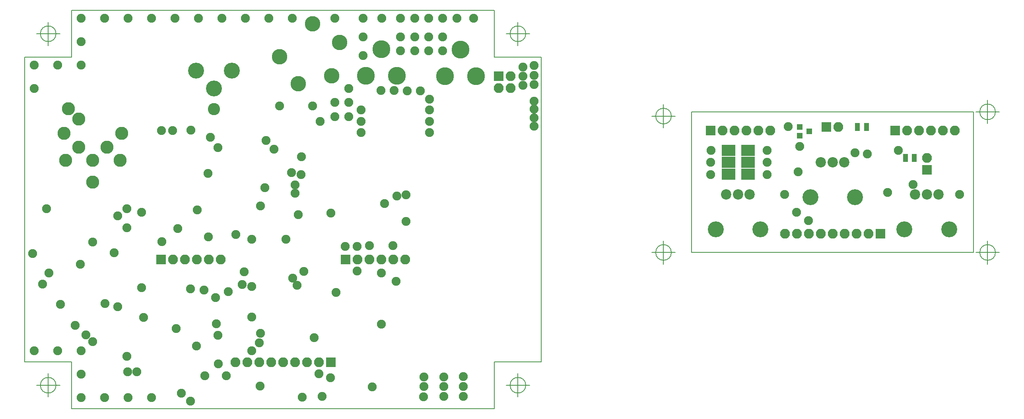
<source format=gbr>
G04 #@! TF.GenerationSoftware,KiCad,Pcbnew,(5.1.4)-1*
G04 #@! TF.CreationDate,2019-12-04T23:12:45+01:00*
G04 #@! TF.ProjectId,instru_bab_v2,696e7374-7275-45f6-9261-625f76322e6b,rev?*
G04 #@! TF.SameCoordinates,Original*
G04 #@! TF.FileFunction,Soldermask,Bot*
G04 #@! TF.FilePolarity,Negative*
%FSLAX46Y46*%
G04 Gerber Fmt 4.6, Leading zero omitted, Abs format (unit mm)*
G04 Created by KiCad (PCBNEW (5.1.4)-1) date 2019-12-04 23:12:45*
%MOMM*%
%LPD*%
G04 APERTURE LIST*
%ADD10C,0.200000*%
%ADD11C,0.150000*%
%ADD12R,2.100000X2.100000*%
%ADD13O,2.100000X2.100000*%
%ADD14C,2.200000*%
%ADD15C,3.400000*%
%ADD16R,2.900000X2.400000*%
%ADD17C,3.800000*%
%ADD18C,2.800000*%
%ADD19R,1.100000X1.700000*%
%ADD20R,1.300000X1.200000*%
%ADD21C,2.600000*%
%ADD22C,3.300000*%
%ADD23C,1.900000*%
G04 APERTURE END LIST*
D10*
X239666666Y-50000000D02*
G75*
G03X239666666Y-50000000I-1666666J0D01*
G01*
X235500000Y-50000000D02*
X240500000Y-50000000D01*
X238000000Y-47500000D02*
X238000000Y-52500000D01*
X170666666Y-50900000D02*
G75*
G03X170666666Y-50900000I-1666666J0D01*
G01*
X166500000Y-50900000D02*
X171500000Y-50900000D01*
X169000000Y-48400000D02*
X169000000Y-53400000D01*
X170666666Y-80000000D02*
G75*
G03X170666666Y-80000000I-1666666J0D01*
G01*
X166500000Y-80000000D02*
X171500000Y-80000000D01*
X169000000Y-77500000D02*
X169000000Y-82500000D01*
X239666666Y-80000000D02*
G75*
G03X239666666Y-80000000I-1666666J0D01*
G01*
X235500000Y-80000000D02*
X240500000Y-80000000D01*
X238000000Y-77500000D02*
X238000000Y-82500000D01*
X139667825Y-108334814D02*
G75*
G03X139667825Y-108334814I-1666666J0D01*
G01*
X135501159Y-108334814D02*
X140501159Y-108334814D01*
X138001159Y-105834814D02*
X138001159Y-110834814D01*
X139667825Y-33334814D02*
G75*
G03X139667825Y-33334814I-1666666J0D01*
G01*
X135501159Y-33334814D02*
X140501159Y-33334814D01*
X138001159Y-30834814D02*
X138001159Y-35834814D01*
X39667825Y-108334814D02*
G75*
G03X39667825Y-108334814I-1666666J0D01*
G01*
X35501159Y-108334814D02*
X40501159Y-108334814D01*
X38001159Y-105834814D02*
X38001159Y-110834814D01*
X39667825Y-33334814D02*
G75*
G03X39667825Y-33334814I-1666666J0D01*
G01*
X35501159Y-33334814D02*
X40501159Y-33334814D01*
X38001159Y-30834814D02*
X38001159Y-35834814D01*
X235000000Y-50000000D02*
X175000000Y-50000000D01*
X235000000Y-80000000D02*
X235000000Y-50000000D01*
X175000000Y-80000000D02*
X235000000Y-80000000D01*
X175000000Y-50000000D02*
X175000000Y-80000000D01*
D11*
X43001159Y-103334814D02*
X33001159Y-103334814D01*
X43001159Y-113334814D02*
X43001159Y-103334814D01*
X133001159Y-113334814D02*
X43001159Y-113334814D01*
X133001159Y-103334814D02*
X133001159Y-113334814D01*
X143001159Y-103334814D02*
X133001159Y-103334814D01*
X143001159Y-38334814D02*
X143001159Y-103334814D01*
X133001159Y-38334814D02*
X143001159Y-38334814D01*
X133001159Y-28334814D02*
X133001159Y-38334814D01*
X43001159Y-28334814D02*
X133001159Y-28334814D01*
X43001159Y-38334814D02*
X43001159Y-28334814D01*
X33001159Y-38334814D02*
X43001159Y-38334814D01*
X33001159Y-103334814D02*
X33001159Y-38334814D01*
D12*
X98144066Y-103464146D03*
D13*
X95604066Y-103464146D03*
X93064066Y-103464146D03*
X90524066Y-103464146D03*
X87984066Y-103464146D03*
X85444066Y-103464146D03*
X82904066Y-103464146D03*
X80364066Y-103464146D03*
X77824066Y-103464146D03*
D12*
X215160000Y-76000000D03*
D13*
X212620000Y-76000000D03*
X210080000Y-76000000D03*
X207540000Y-76000000D03*
X205000000Y-76000000D03*
X202460000Y-76000000D03*
X199920000Y-76000000D03*
X197380000Y-76000000D03*
X194840000Y-76000000D03*
D14*
X187350000Y-67600000D03*
X184850000Y-67600000D03*
X182350000Y-67600000D03*
D15*
X189600000Y-75100000D03*
X180100000Y-75100000D03*
D12*
X133900000Y-42350000D03*
D13*
X136440000Y-42350000D03*
X133900000Y-44890000D03*
X136440000Y-44890000D03*
D16*
X187000000Y-63340000D03*
X182840000Y-63340000D03*
X187000000Y-60800000D03*
X182840000Y-60800000D03*
X187000000Y-58260000D03*
X182840000Y-58260000D03*
D17*
X108950000Y-36650000D03*
X105650000Y-42300000D03*
X112250000Y-42300000D03*
D18*
X53650000Y-54550000D03*
X44500000Y-51550000D03*
X47500000Y-60350000D03*
X53300000Y-60350000D03*
X47500000Y-65000000D03*
X41700000Y-60350000D03*
X42300000Y-49350000D03*
X41350000Y-54550000D03*
X44500000Y-57550000D03*
X50500000Y-57550000D03*
D17*
X125750000Y-36700000D03*
X122450000Y-42350000D03*
X129050000Y-42350000D03*
D12*
X101284066Y-81464146D03*
D13*
X103824066Y-81464146D03*
X106364066Y-81464146D03*
X108904066Y-81464146D03*
X111444066Y-81464146D03*
X113984066Y-81464146D03*
D19*
X222400000Y-59800000D03*
X220500000Y-59800000D03*
D20*
X198000000Y-55100000D03*
X198000000Y-53200000D03*
X200000000Y-54150000D03*
D12*
X61984066Y-81464146D03*
D13*
X64524066Y-81464146D03*
X67064066Y-81464146D03*
X69604066Y-81464146D03*
X72144066Y-81464146D03*
X74684066Y-81464146D03*
D14*
X227550000Y-67600000D03*
X225050000Y-67600000D03*
X222550000Y-67600000D03*
D15*
X229800000Y-75100000D03*
X220300000Y-75100000D03*
D14*
X207500000Y-60750000D03*
X205000000Y-60750000D03*
X202500000Y-60750000D03*
D15*
X209750000Y-68250000D03*
X200250000Y-68250000D03*
D12*
X179000000Y-54000000D03*
D13*
X181540000Y-54000000D03*
X184080000Y-54000000D03*
X186620000Y-54000000D03*
X189160000Y-54000000D03*
X191700000Y-54000000D03*
D12*
X218300000Y-54000000D03*
D13*
X220840000Y-54000000D03*
X223380000Y-54000000D03*
X225920000Y-54000000D03*
X228460000Y-54000000D03*
X231000000Y-54000000D03*
D12*
X225050000Y-62340000D03*
D13*
X225050000Y-59800000D03*
D19*
X210300000Y-53200000D03*
X212200000Y-53200000D03*
D15*
X69490000Y-41200000D03*
X77110000Y-41200000D03*
X73300000Y-45010000D03*
D21*
X73300000Y-49450000D03*
D22*
X87250000Y-38200000D03*
X94250000Y-31200000D03*
X100050000Y-35200000D03*
X98320000Y-42270000D03*
X91250000Y-44000000D03*
D12*
X203660000Y-53200000D03*
D13*
X206200000Y-53200000D03*
D23*
X73800000Y-95250000D03*
X77950000Y-76200000D03*
X37600000Y-70650000D03*
X54750000Y-102200000D03*
X54750000Y-70650000D03*
X54750000Y-74750000D03*
X103750000Y-83950000D03*
X112100000Y-86200000D03*
X81300000Y-101000000D03*
X72550000Y-55450000D03*
X72000000Y-63100000D03*
X81323385Y-87254126D03*
X81300000Y-93800000D03*
X99250000Y-88550000D03*
X103800000Y-78700000D03*
X81300000Y-77200000D03*
X79700000Y-84100000D03*
X112250000Y-67950000D03*
X91950000Y-59600000D03*
X74100000Y-57650000D03*
X65250000Y-96200000D03*
X74200000Y-103750000D03*
X108900000Y-84350000D03*
X108950000Y-95300000D03*
X79299998Y-86800000D03*
X44850000Y-82500000D03*
X111400000Y-78550000D03*
X106400000Y-78550000D03*
X58300000Y-93900000D03*
X50100000Y-90900000D03*
X52000000Y-80100000D03*
X71300000Y-106300000D03*
X107000000Y-108700000D03*
X76300000Y-88400000D03*
X57900000Y-71400000D03*
X64500000Y-54000000D03*
X68400000Y-53900000D03*
X65600000Y-74900000D03*
X34700000Y-80200000D03*
X75000000Y-30000000D03*
X65000000Y-30000000D03*
X45000000Y-30000000D03*
X70000000Y-30000000D03*
X55000000Y-30000000D03*
X50000000Y-30000000D03*
X60000000Y-30000000D03*
X80000000Y-30000000D03*
X85000000Y-30000000D03*
X90000000Y-30000000D03*
X99000000Y-30000000D03*
X45000000Y-35000000D03*
X40000000Y-40000000D03*
X35000000Y-40000000D03*
X35000000Y-45000000D03*
X45000000Y-40000000D03*
X45000000Y-111000000D03*
X45000000Y-106000000D03*
X45000000Y-101000000D03*
X40000000Y-101000000D03*
X35000000Y-101000000D03*
X50000000Y-111000000D03*
X55000000Y-111000000D03*
X60000000Y-111000000D03*
X47500000Y-99000000D03*
X47500000Y-77750010D03*
X94600000Y-98150000D03*
X90069737Y-85487504D03*
X83200000Y-70050000D03*
X90550000Y-65550010D03*
X114150000Y-73350000D03*
X114150000Y-67700000D03*
X89800000Y-63000000D03*
X86050000Y-58000000D03*
X139050000Y-42350000D03*
X139050000Y-40450000D03*
X139050000Y-44300000D03*
X117950000Y-106550000D03*
X122250000Y-106550000D03*
X126400000Y-106500000D03*
X117950000Y-108600000D03*
X122250000Y-108600000D03*
X126400000Y-108600000D03*
X141450000Y-53050000D03*
X141450000Y-51250000D03*
X141450000Y-49450000D03*
X141450000Y-47700000D03*
X141450000Y-44200000D03*
X141400000Y-42200000D03*
X141400000Y-40100000D03*
X117900000Y-110800000D03*
X122200000Y-110700000D03*
X126400000Y-110700000D03*
X99000000Y-48000000D03*
X102000000Y-45000000D03*
X102000000Y-48000000D03*
X102000000Y-51000000D03*
X105000000Y-38000000D03*
X105000000Y-34000000D03*
X113000000Y-37000000D03*
X113000000Y-34000000D03*
X116000000Y-34000000D03*
X116000000Y-37000000D03*
X119000000Y-37000000D03*
X119000000Y-34000000D03*
X122000000Y-34000000D03*
X122000000Y-37000000D03*
X99000000Y-51000000D03*
X105000000Y-30000000D03*
X109000000Y-30000000D03*
X116000000Y-30000000D03*
X119000000Y-30000000D03*
X122000000Y-30000000D03*
X125000000Y-30000000D03*
X128550000Y-30000000D03*
X113000000Y-30000000D03*
X68300000Y-111700000D03*
X68300000Y-87800000D03*
X91200000Y-71900000D03*
X91850006Y-63350000D03*
X90550000Y-67400002D03*
X83200000Y-97250000D03*
X88650000Y-77200000D03*
X101250006Y-78750000D03*
X104600000Y-54450000D03*
X104650000Y-49600000D03*
X119200000Y-49550000D03*
X119150000Y-54400000D03*
X114400000Y-45500000D03*
X111600000Y-45400000D03*
X108850000Y-45400002D03*
X119150000Y-52000000D03*
X104650000Y-52000000D03*
X119200000Y-47300000D03*
X117200000Y-45500000D03*
X38149994Y-84350000D03*
X40600005Y-91100005D03*
X72100000Y-76700000D03*
X84400000Y-56100000D03*
X84150000Y-66150000D03*
X198000000Y-57400000D03*
X219000000Y-58200000D03*
X179050000Y-63350000D03*
X179049994Y-60800000D03*
X179100000Y-58250000D03*
X43700000Y-95600000D03*
X46000000Y-97600000D03*
X87250000Y-48700000D03*
X94250000Y-48700000D03*
X56900000Y-105500000D03*
X62150000Y-53949958D03*
X57900000Y-87500000D03*
X54900000Y-105499996D03*
X95600000Y-105899996D03*
X98100000Y-106700000D03*
X195550000Y-53150000D03*
X191050000Y-58250000D03*
X191050008Y-60800000D03*
X191050000Y-63349996D03*
X232050000Y-67600000D03*
X222150000Y-65500002D03*
X216741108Y-67191110D03*
X212400000Y-58950000D03*
X209800000Y-58700000D03*
X197650000Y-62800000D03*
X83100000Y-108550000D03*
X66300000Y-110050000D03*
X71200000Y-88000000D03*
X92100000Y-110900000D03*
X96300000Y-110700000D03*
X109600000Y-69600000D03*
X36757552Y-86767149D03*
X194800000Y-67600000D03*
X197350000Y-71400000D03*
X199900000Y-73200000D03*
X82900000Y-99250000D03*
X75900000Y-106300000D03*
X74100000Y-97700000D03*
X92400000Y-84050000D03*
X90950000Y-87000000D03*
X98200000Y-71600000D03*
X95850000Y-52050000D03*
X69550000Y-100000000D03*
X73600000Y-89600000D03*
X62200000Y-77700000D03*
X52800000Y-91600000D03*
X69700000Y-70900000D03*
X52800000Y-72200000D03*
M02*

</source>
